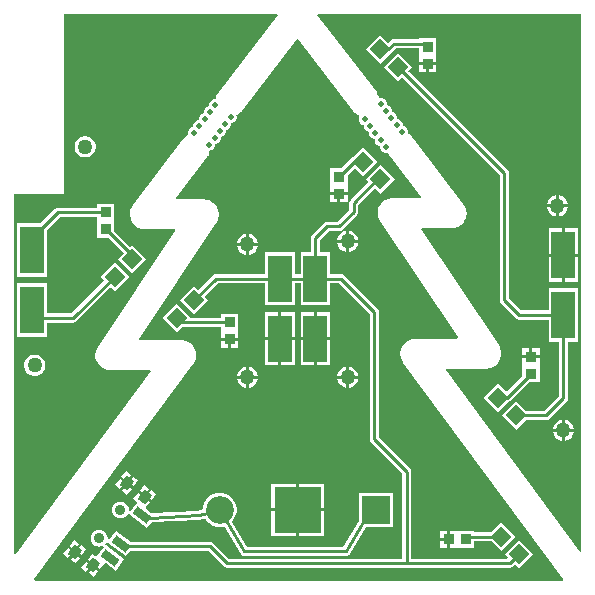
<source format=gtl>
G04*
G04 #@! TF.GenerationSoftware,Altium Limited,Altium Designer,23.1.1 (15)*
G04*
G04 Layer_Physical_Order=1*
G04 Layer_Color=255*
%FSLAX44Y44*%
%MOMM*%
G71*
G04*
G04 #@! TF.SameCoordinates,76C6093D-9881-4B20-89D2-928948A7DA56*
G04*
G04*
G04 #@! TF.FilePolarity,Positive*
G04*
G01*
G75*
%ADD12C,0.0001*%
%ADD13R,3.9600X3.9600*%
G04:AMPARAMS|DCode=14|XSize=0.7mm|YSize=1.5mm|CornerRadius=0mm|HoleSize=0mm|Usage=FLASHONLY|Rotation=233.000|XOffset=0mm|YOffset=0mm|HoleType=Round|Shape=Rectangle|*
%AMROTATEDRECTD14*
4,1,4,-0.3883,0.7309,0.8096,-0.1718,0.3883,-0.7309,-0.8096,0.1718,-0.3883,0.7309,0.0*
%
%ADD14ROTATEDRECTD14*%

G04:AMPARAMS|DCode=15|XSize=1mm|YSize=0.8mm|CornerRadius=0mm|HoleSize=0mm|Usage=FLASHONLY|Rotation=233.000|XOffset=0mm|YOffset=0mm|HoleType=Round|Shape=Rectangle|*
%AMROTATEDRECTD15*
4,1,4,-0.0186,0.6401,0.6204,0.1586,0.0186,-0.6401,-0.6204,-0.1586,-0.0186,0.6401,0.0*
%
%ADD15ROTATEDRECTD15*%

%ADD16R,0.9621X0.9350*%
%ADD17R,2.0000X4.0000*%
%ADD18P,1.6971X4X360.0*%
%ADD19P,1.6971X4X90.0*%
%ADD20R,0.9350X0.9621*%
%ADD25C,0.9000*%
%ADD28C,0.2540*%
%ADD29C,2.3500*%
%ADD30R,2.3500X2.3500*%
%ADD31C,0.5000*%
%ADD32C,1.2700*%
G36*
X480000Y25052D02*
X478793Y24655D01*
X365378Y178576D01*
X365951Y179710D01*
X401049D01*
X401391Y179778D01*
X401740Y179803D01*
X404357Y180527D01*
X404669Y180684D01*
X404998Y180802D01*
X407328Y182197D01*
X407586Y182432D01*
X407872Y182633D01*
X409745Y184599D01*
X409932Y184894D01*
X410154Y185163D01*
X411435Y187558D01*
X411537Y187892D01*
X411679Y188211D01*
X412275Y190861D01*
X412284Y191210D01*
X412336Y191555D01*
X412205Y194268D01*
X412120Y194606D01*
X412077Y194953D01*
X411228Y197532D01*
X411056Y197836D01*
X410923Y198159D01*
X410170Y199289D01*
X344641Y297582D01*
X345240Y298702D01*
X371761D01*
X372113Y298772D01*
X372471Y298801D01*
X375159Y299567D01*
X375478Y299731D01*
X375814Y299857D01*
X378189Y301330D01*
X378451Y301575D01*
X378740Y301789D01*
X380621Y303857D01*
X380806Y304164D01*
X381025Y304448D01*
X382267Y306952D01*
X382360Y307299D01*
X382493Y307633D01*
X383001Y310381D01*
X382996Y310740D01*
X383032Y311097D01*
X382768Y313880D01*
X382664Y314223D01*
X382602Y314577D01*
X381584Y317180D01*
X381391Y317483D01*
X381234Y317805D01*
X380388Y318918D01*
X380388Y318918D01*
X337988Y374678D01*
X337988Y374678D01*
X337037Y375928D01*
X336736Y376194D01*
X336458Y376484D01*
X333882Y378282D01*
X333623Y378395D01*
X333756Y378717D01*
Y380723D01*
X332989Y382575D01*
X331571Y383993D01*
X329719Y384760D01*
X329220D01*
X329184Y384813D01*
Y386819D01*
X328417Y388671D01*
X326999Y390089D01*
X325146Y390856D01*
X324358D01*
Y392660D01*
X323591Y394513D01*
X322173Y395931D01*
X320321Y396698D01*
X320040D01*
Y398503D01*
X319273Y400355D01*
X317855Y401773D01*
X316003Y402540D01*
X315722D01*
Y404344D01*
X314955Y406197D01*
X313537Y407615D01*
X311684Y408382D01*
X309680D01*
X308870Y409421D01*
X308466Y410615D01*
X308360Y410799D01*
X308298Y411003D01*
X307529Y412447D01*
X307394Y412611D01*
X307300Y412802D01*
X306804Y413452D01*
X306804Y413452D01*
X256784Y478861D01*
X257347Y480000D01*
X267500D01*
X480000Y480000D01*
Y25052D01*
D02*
G37*
G36*
X223276Y478861D02*
X173256Y413452D01*
X172456Y412406D01*
X172307Y412102D01*
X172119Y411820D01*
X171115Y409384D01*
X171050Y409052D01*
X170942Y408731D01*
X170787Y407540D01*
X168997D01*
X167145Y406773D01*
X165727Y405355D01*
X164960Y403503D01*
Y401698D01*
X164680D01*
X162827Y400931D01*
X161409Y399513D01*
X160642Y397660D01*
Y395856D01*
X160361D01*
X158509Y395089D01*
X157091Y393671D01*
X156324Y391819D01*
Y390014D01*
X155535D01*
X153683Y389247D01*
X152265Y387829D01*
X151498Y385976D01*
Y383971D01*
X151462Y383918D01*
X150963D01*
X149111Y383151D01*
X147693Y381733D01*
X146926Y379880D01*
Y377876D01*
X147164Y377302D01*
X147118Y377282D01*
X144542Y375484D01*
X144264Y375194D01*
X143963Y374928D01*
X143012Y373678D01*
X143012Y373678D01*
X100612Y317918D01*
X99766Y316805D01*
X99609Y316483D01*
X99416Y316180D01*
X98398Y313577D01*
X98336Y313223D01*
X98232Y312880D01*
X97968Y310097D01*
X98004Y309740D01*
X97999Y309381D01*
X98507Y306632D01*
X98640Y306299D01*
X98733Y305952D01*
X99975Y303448D01*
X100194Y303164D01*
X100379Y302857D01*
X102260Y300788D01*
X102549Y300575D01*
X102811Y300330D01*
X105186Y298857D01*
X105522Y298731D01*
X105841Y298567D01*
X108530Y297801D01*
X108887Y297772D01*
X109239Y297702D01*
X135760D01*
X136359Y296582D01*
X70830Y198289D01*
X70077Y197159D01*
X69944Y196836D01*
X69772Y196532D01*
X68923Y193953D01*
X68880Y193606D01*
X68795Y193268D01*
X68664Y190555D01*
X68716Y190210D01*
X68725Y189861D01*
X69321Y187211D01*
X69463Y186892D01*
X69565Y186558D01*
X70846Y184163D01*
X71068Y183894D01*
X71255Y183599D01*
X73128Y181633D01*
X73414Y181432D01*
X73672Y181197D01*
X76002Y179802D01*
X76331Y179684D01*
X76643Y179527D01*
X79260Y178803D01*
X79608Y178778D01*
X79951Y178710D01*
X115049D01*
X115622Y177576D01*
X1207Y22298D01*
X0Y22695D01*
Y327410D01*
X40000D01*
X40991Y327607D01*
X41831Y328169D01*
X42393Y329009D01*
X42590Y330000D01*
Y480000D01*
X222713D01*
X223276Y478861D01*
D02*
G37*
G36*
X286796Y398152D02*
X287749Y396906D01*
X288050Y396641D01*
X288329Y396352D01*
X290906Y394562D01*
X291275Y394402D01*
X291628Y394212D01*
X291743Y394178D01*
X292359Y392662D01*
X291926Y391617D01*
Y389612D01*
X292693Y387759D01*
X294111Y386341D01*
X295963Y385574D01*
X296498D01*
Y383769D01*
X297265Y381917D01*
X298683Y380499D01*
X300536Y379732D01*
X300816D01*
Y377928D01*
X301583Y376075D01*
X303001Y374657D01*
X304853Y373890D01*
X305134D01*
Y372085D01*
X305901Y370233D01*
X307319Y368815D01*
X309172Y368048D01*
X309960D01*
Y366497D01*
X310727Y364645D01*
X312145Y363227D01*
X313997Y362460D01*
X316003D01*
X316455Y361875D01*
X317219Y360435D01*
X317353Y360271D01*
X317445Y360081D01*
X317938Y359432D01*
X344101Y325027D01*
X343537Y323889D01*
X319378D01*
X319128Y323839D01*
X318873D01*
X316940Y323455D01*
X316704Y323357D01*
X316454Y323307D01*
X314634Y322553D01*
X314421Y322411D01*
X314186Y322314D01*
X312547Y321219D01*
X312367Y321039D01*
X312155Y320897D01*
X310761Y319503D01*
X310620Y319291D01*
X310439Y319111D01*
X309345Y317472D01*
X309247Y317237D01*
X309105Y317025D01*
X308351Y315204D01*
X308301Y314954D01*
X308204Y314718D01*
X307819Y312786D01*
Y312531D01*
X307770Y312280D01*
Y310558D01*
X307807Y310371D01*
X307798Y310179D01*
X308013Y308722D01*
X308078Y308542D01*
X308096Y308351D01*
X308523Y306941D01*
X308614Y306772D01*
X308660Y306586D01*
X309289Y305254D01*
X309403Y305099D01*
X309476Y304922D01*
X309885Y304310D01*
X309885Y304310D01*
X375413Y206017D01*
X374814Y204897D01*
X338635D01*
X338385Y204847D01*
X338130D01*
X336197Y204463D01*
X335961Y204365D01*
X335711Y204315D01*
X333891Y203561D01*
X333679Y203419D01*
X333443Y203322D01*
X331805Y202227D01*
X331624Y202047D01*
X331412Y201905D01*
X330019Y200511D01*
X329877Y200299D01*
X329697Y200119D01*
X328602Y198480D01*
X328504Y198245D01*
X328363Y198033D01*
X327608Y196212D01*
X327559Y195962D01*
X327461Y195726D01*
X327077Y193794D01*
Y193539D01*
X327027Y193288D01*
Y191507D01*
X327067Y191304D01*
X327059Y191097D01*
X327312Y189524D01*
X327383Y189330D01*
X327408Y189125D01*
X327906Y187612D01*
X328008Y187431D01*
X328065Y187232D01*
X328796Y185817D01*
X328925Y185655D01*
X329013Y185468D01*
X329486Y184827D01*
X464839Y1133D01*
X464266Y0D01*
X17471D01*
X16898Y1133D01*
X151514Y183827D01*
X151987Y184468D01*
X152075Y184655D01*
X152204Y184817D01*
X152935Y186232D01*
X152992Y186431D01*
X153094Y186612D01*
X153591Y188125D01*
X153617Y188330D01*
X153688Y188524D01*
X153941Y190097D01*
X153933Y190304D01*
X153973Y190507D01*
Y192288D01*
X153923Y192539D01*
Y192794D01*
X153539Y194726D01*
X153441Y194962D01*
X153392Y195212D01*
X152638Y197033D01*
X152496Y197245D01*
X152398Y197481D01*
X151303Y199119D01*
X151123Y199299D01*
X150981Y199511D01*
X149588Y200905D01*
X149376Y201047D01*
X149195Y201227D01*
X147557Y202322D01*
X147321Y202419D01*
X147109Y202561D01*
X145289Y203315D01*
X145038Y203365D01*
X144803Y203463D01*
X142870Y203847D01*
X142615D01*
X142365Y203897D01*
X106186D01*
X105587Y205016D01*
X171115Y303309D01*
X171115Y303310D01*
X171524Y303922D01*
X171597Y304099D01*
X171711Y304254D01*
X172340Y305586D01*
X172386Y305772D01*
X172477Y305941D01*
X172903Y307351D01*
X172922Y307541D01*
X172987Y307722D01*
X173202Y309179D01*
X173193Y309370D01*
X173230Y309559D01*
Y311280D01*
X173181Y311531D01*
Y311786D01*
X172796Y313718D01*
X172699Y313954D01*
X172649Y314204D01*
X171895Y316025D01*
X171753Y316237D01*
X171656Y316472D01*
X170561Y318111D01*
X170380Y318291D01*
X170239Y318503D01*
X168845Y319897D01*
X168633Y320039D01*
X168453Y320219D01*
X166814Y321314D01*
X166579Y321411D01*
X166367Y321553D01*
X164546Y322307D01*
X164296Y322357D01*
X164060Y322454D01*
X162127Y322839D01*
X161872D01*
X161622Y322889D01*
X137463D01*
X136899Y324026D01*
X163061Y358432D01*
X163555Y359081D01*
X163647Y359271D01*
X163781Y359435D01*
X164545Y360875D01*
X164605Y361078D01*
X164711Y361261D01*
X165231Y362805D01*
X165258Y363015D01*
X165333Y363213D01*
X165523Y364372D01*
X166176D01*
X168029Y365139D01*
X169447Y366557D01*
X170214Y368410D01*
Y369960D01*
X171003D01*
X172855Y370727D01*
X174273Y372145D01*
X175040Y373997D01*
Y375802D01*
X175320D01*
X177173Y376569D01*
X178591Y377987D01*
X179358Y379840D01*
Y381644D01*
X179639D01*
X181491Y382411D01*
X182909Y383829D01*
X183676Y385681D01*
Y387486D01*
X184210D01*
X186063Y388253D01*
X187481Y389671D01*
X188248Y391524D01*
Y393529D01*
X187998Y394133D01*
X189315Y394681D01*
X189596Y394870D01*
X189900Y395020D01*
X191987Y396627D01*
X192210Y396882D01*
X192464Y397106D01*
X193264Y398152D01*
X193264Y398152D01*
X239395Y458477D01*
X240665D01*
X286796Y398152D01*
D02*
G37*
%LPC*%
G36*
X310000Y462077D02*
X297923Y450000D01*
X310000Y437923D01*
X319118Y447040D01*
X319436Y447253D01*
X323217Y451034D01*
X342649D01*
Y444939D01*
Y439116D01*
X350000D01*
X357351D01*
Y444939D01*
Y459369D01*
X342649D01*
Y458803D01*
X321608D01*
X320121Y458508D01*
X318861Y457666D01*
X316637Y455441D01*
X310000Y462077D01*
D02*
G37*
G36*
X357351Y436576D02*
X351270D01*
Y430631D01*
X357351D01*
Y436576D01*
D02*
G37*
G36*
X348730D02*
X342649D01*
Y430631D01*
X348730D01*
Y436576D01*
D02*
G37*
G36*
X461270Y326363D02*
Y318770D01*
X468863D01*
X468284Y320931D01*
X467114Y322959D01*
X465459Y324614D01*
X463431Y325784D01*
X461270Y326363D01*
D02*
G37*
G36*
X458730D02*
X456569Y325784D01*
X454541Y324614D01*
X452886Y322959D01*
X451716Y320931D01*
X451137Y318770D01*
X458730D01*
Y326363D01*
D02*
G37*
G36*
X468863Y316230D02*
X461270D01*
Y308637D01*
X463431Y309216D01*
X465459Y310386D01*
X467114Y312041D01*
X468284Y314069D01*
X468863Y316230D01*
D02*
G37*
G36*
X458730D02*
X451137D01*
X451716Y314069D01*
X452886Y312041D01*
X454541Y310386D01*
X456569Y309216D01*
X458730Y308637D01*
Y316230D01*
D02*
G37*
G36*
X477540Y298340D02*
X466270D01*
Y277070D01*
X477540D01*
Y298340D01*
D02*
G37*
G36*
X463730D02*
X452460D01*
Y277070D01*
X463730D01*
Y298340D01*
D02*
G37*
G36*
X477540Y274530D02*
X466270D01*
Y253260D01*
X477540D01*
Y274530D01*
D02*
G37*
G36*
X463730D02*
X452460D01*
Y253260D01*
X463730D01*
Y274530D01*
D02*
G37*
G36*
X444851Y196869D02*
X438770D01*
Y190924D01*
X444851D01*
Y196869D01*
D02*
G37*
G36*
X436230D02*
X430149D01*
Y190924D01*
X436230D01*
Y196869D01*
D02*
G37*
G36*
X444851Y188384D02*
X437500D01*
X430149D01*
Y182439D01*
Y173624D01*
X416801Y160276D01*
X410000Y167077D01*
X397923Y155000D01*
X410000Y142923D01*
X418484Y151407D01*
X418505Y151411D01*
X419765Y152253D01*
X435643Y168131D01*
X444851D01*
Y182439D01*
Y188384D01*
D02*
G37*
G36*
X324849Y447228D02*
X312772Y435151D01*
X324849Y423073D01*
X328141Y426365D01*
X411115Y343391D01*
Y237500D01*
X411411Y236013D01*
X412253Y234753D01*
X424753Y222253D01*
X426013Y221411D01*
X427500Y221115D01*
X452460D01*
Y202460D01*
X461115D01*
Y156609D01*
X448542Y144035D01*
X433042D01*
X424849Y152228D01*
X412772Y140151D01*
X424849Y128073D01*
X433042Y136266D01*
X450151D01*
X451637Y136562D01*
X452898Y137404D01*
X467747Y152253D01*
X468589Y153513D01*
X468885Y155000D01*
Y202460D01*
X477540D01*
Y247540D01*
X452460D01*
Y228885D01*
X429109D01*
X418885Y239109D01*
Y345000D01*
X418589Y346487D01*
X417747Y347747D01*
X333635Y431859D01*
X336927Y435151D01*
X324849Y447228D01*
D02*
G37*
G36*
X466270Y136363D02*
Y128770D01*
X473863D01*
X473284Y130931D01*
X472114Y132959D01*
X470459Y134614D01*
X468431Y135784D01*
X466270Y136363D01*
D02*
G37*
G36*
X463730D02*
X461569Y135784D01*
X459541Y134614D01*
X457886Y132959D01*
X456716Y130931D01*
X456137Y128770D01*
X463730D01*
Y136363D01*
D02*
G37*
G36*
X473863Y126230D02*
X466270D01*
Y118637D01*
X468431Y119216D01*
X470459Y120386D01*
X472114Y122041D01*
X473284Y124069D01*
X473863Y126230D01*
D02*
G37*
G36*
X463730D02*
X456137D01*
X456716Y124069D01*
X457886Y122041D01*
X459541Y120386D01*
X461569Y119216D01*
X463730Y118637D01*
Y126230D01*
D02*
G37*
G36*
X61170Y376390D02*
X58830D01*
X56569Y375784D01*
X54541Y374614D01*
X52886Y372959D01*
X51716Y370931D01*
X51110Y368670D01*
Y366330D01*
X51716Y364069D01*
X52886Y362041D01*
X54541Y360386D01*
X56569Y359216D01*
X58830Y358610D01*
X61170D01*
X63431Y359216D01*
X65459Y360386D01*
X67114Y362041D01*
X68284Y364069D01*
X68890Y366330D01*
Y368670D01*
X68284Y370931D01*
X67114Y372959D01*
X65459Y374614D01*
X63431Y375784D01*
X61170Y376390D01*
D02*
G37*
G36*
X84851Y319369D02*
X70149D01*
Y316039D01*
X37154D01*
X35667Y315743D01*
X34407Y314901D01*
X22046Y302540D01*
X2460D01*
Y257460D01*
X27540D01*
Y297046D01*
X38763Y308269D01*
X70149D01*
Y304939D01*
Y290631D01*
X79357D01*
X92705Y277283D01*
X87847Y272425D01*
X99925Y260347D01*
X112002Y272425D01*
X99925Y284502D01*
X98199Y282776D01*
X84851Y296125D01*
Y304939D01*
Y319369D01*
D02*
G37*
G36*
X85075Y269653D02*
X72998Y257575D01*
X76290Y254284D01*
X48391Y226385D01*
X27540D01*
Y251740D01*
X2460D01*
Y206660D01*
X27540D01*
Y218615D01*
X50000D01*
X51487Y218911D01*
X52747Y219753D01*
X81784Y248790D01*
X85075Y245498D01*
X97153Y257575D01*
X85075Y269653D01*
D02*
G37*
G36*
X18670Y191390D02*
X16330D01*
X14069Y190784D01*
X12041Y189614D01*
X10386Y187959D01*
X9216Y185931D01*
X8610Y183670D01*
Y181330D01*
X9216Y179069D01*
X10386Y177041D01*
X12041Y175386D01*
X14069Y174216D01*
X16330Y173610D01*
X18670D01*
X20931Y174216D01*
X22959Y175386D01*
X24614Y177041D01*
X25784Y179069D01*
X26390Y181330D01*
Y183670D01*
X25784Y185931D01*
X24614Y187959D01*
X22959Y189614D01*
X20931Y190784D01*
X18670Y191390D01*
D02*
G37*
G36*
X295151Y366927D02*
X286741Y358517D01*
X286344Y358438D01*
X285084Y357596D01*
X276857Y349369D01*
X267649D01*
Y334939D01*
Y329116D01*
X275000D01*
X282351D01*
Y334939D01*
Y343875D01*
X288199Y349724D01*
X295151Y342772D01*
X307228Y354849D01*
X295151Y366927D01*
D02*
G37*
G36*
X310000Y352077D02*
X297923Y340000D01*
X299965Y337958D01*
X284753Y322747D01*
X283911Y321487D01*
X283615Y320000D01*
Y314109D01*
X273391Y303885D01*
X265000D01*
X263513Y303589D01*
X262253Y302747D01*
X252253Y292747D01*
X251411Y291487D01*
X251115Y290000D01*
Y278340D01*
X242460D01*
Y259685D01*
X237540D01*
Y278340D01*
X212460D01*
Y259685D01*
X170800D01*
X169313Y259389D01*
X168053Y258547D01*
X155716Y246210D01*
X152425Y249502D01*
X140347Y237425D01*
X152425Y225347D01*
X164502Y237425D01*
X161210Y240716D01*
X172409Y251915D01*
X212460D01*
Y233260D01*
X237540D01*
Y251915D01*
X242460D01*
Y233260D01*
X267540D01*
Y251915D01*
X275091D01*
X301115Y225891D01*
Y120000D01*
X301411Y118513D01*
X302253Y117253D01*
X328615Y90891D01*
Y18885D01*
X181609D01*
X168655Y31839D01*
X167395Y32681D01*
X165908Y32976D01*
X98511D01*
X86052Y42365D01*
X80129Y34506D01*
X78910Y34998D01*
X79046Y36103D01*
X78788Y37938D01*
X78064Y39645D01*
X76923Y41106D01*
X75442Y42221D01*
X73723Y42916D01*
X71884Y43141D01*
X70048Y42884D01*
X68342Y42159D01*
X66881Y41018D01*
X65765Y39537D01*
X65071Y37819D01*
X64845Y35979D01*
X65103Y34143D01*
X65827Y32437D01*
X66969Y30976D01*
X68449Y29861D01*
X70168Y29166D01*
X72008Y28940D01*
X73843Y29198D01*
X74868Y29633D01*
X75677Y28597D01*
X70266Y21417D01*
X69755Y20738D01*
X68627Y21062D01*
X66028Y23020D01*
X62255Y18013D01*
X67478Y14077D01*
X72701Y10141D01*
X75963Y14470D01*
X77602Y14825D01*
X85791Y8653D01*
X93061Y18301D01*
X77625Y29933D01*
X77147Y30812D01*
X77349Y31514D01*
X77787Y32095D01*
X79149Y32317D01*
X79383Y32265D01*
X94819Y20633D01*
X98265Y25207D01*
X164299D01*
X177253Y12253D01*
X178513Y11411D01*
X180000Y11115D01*
X419849D01*
X421336Y11411D01*
X422596Y12253D01*
X424133Y13790D01*
X427425Y10498D01*
X439502Y22575D01*
X427425Y34653D01*
X415347Y22575D01*
X417768Y20155D01*
X417242Y18885D01*
X336385D01*
Y92500D01*
X336089Y93987D01*
X335247Y95247D01*
X308885Y121609D01*
Y227500D01*
X308589Y228987D01*
X307747Y230247D01*
X279447Y258547D01*
X278187Y259389D01*
X276700Y259685D01*
X267540D01*
Y278340D01*
X258885D01*
Y288391D01*
X266609Y296115D01*
X275000D01*
X276487Y296411D01*
X277747Y297253D01*
X290247Y309753D01*
X291089Y311013D01*
X291385Y312500D01*
Y318391D01*
X305458Y332464D01*
X310000Y327923D01*
X322077Y340000D01*
X310000Y352077D01*
D02*
G37*
G36*
X282351Y326576D02*
X276270D01*
Y320631D01*
X282351D01*
Y326576D01*
D02*
G37*
G36*
X273730D02*
X267649D01*
Y320631D01*
X273730D01*
Y326576D01*
D02*
G37*
G36*
X283770Y296363D02*
Y288770D01*
X291363D01*
X290784Y290931D01*
X289614Y292959D01*
X287959Y294614D01*
X285931Y295784D01*
X283770Y296363D01*
D02*
G37*
G36*
X281230D02*
X279069Y295784D01*
X277041Y294614D01*
X275386Y292959D01*
X274216Y290931D01*
X273637Y288770D01*
X281230D01*
Y296363D01*
D02*
G37*
G36*
X198770Y293863D02*
Y286270D01*
X206363D01*
X205784Y288431D01*
X204614Y290459D01*
X202959Y292114D01*
X200931Y293284D01*
X198770Y293863D01*
D02*
G37*
G36*
X196230D02*
X194069Y293284D01*
X192041Y292114D01*
X190386Y290459D01*
X189216Y288431D01*
X188637Y286270D01*
X196230D01*
Y293863D01*
D02*
G37*
G36*
X291363Y286230D02*
X283770D01*
Y278637D01*
X285931Y279216D01*
X287959Y280386D01*
X289614Y282041D01*
X290784Y284069D01*
X291363Y286230D01*
D02*
G37*
G36*
X281230D02*
X273637D01*
X274216Y284069D01*
X275386Y282041D01*
X277041Y280386D01*
X279069Y279216D01*
X281230Y278637D01*
Y286230D01*
D02*
G37*
G36*
X206363Y283730D02*
X198770D01*
Y276137D01*
X200931Y276716D01*
X202959Y277886D01*
X204614Y279541D01*
X205784Y281569D01*
X206363Y283730D01*
D02*
G37*
G36*
X196230D02*
X188637D01*
X189216Y281569D01*
X190386Y279541D01*
X192041Y277886D01*
X194069Y276716D01*
X196230Y276137D01*
Y283730D01*
D02*
G37*
G36*
X237540Y227540D02*
X226270D01*
Y206270D01*
X237540D01*
Y227540D01*
D02*
G37*
G36*
X223730D02*
X212460D01*
Y206270D01*
X223730D01*
Y227540D01*
D02*
G37*
G36*
X267540D02*
X256270D01*
Y206270D01*
X267540D01*
Y227540D01*
D02*
G37*
G36*
X253730D02*
X242460D01*
Y206270D01*
X253730D01*
Y227540D01*
D02*
G37*
G36*
X137575Y234653D02*
X125498Y222575D01*
X137575Y210498D01*
X142037Y214960D01*
X142249Y214918D01*
X142382Y214944D01*
X142881Y214845D01*
X175000D01*
Y211515D01*
Y205692D01*
X182351D01*
X189701D01*
Y211515D01*
Y225945D01*
X175000D01*
Y222615D01*
X149614D01*
X137575Y234653D01*
D02*
G37*
G36*
X189701Y203152D02*
X183621D01*
Y197207D01*
X189701D01*
Y203152D01*
D02*
G37*
G36*
X181081D02*
X175000D01*
Y197207D01*
X181081D01*
Y203152D01*
D02*
G37*
G36*
X267540Y203730D02*
X256270D01*
Y182460D01*
X267540D01*
Y203730D01*
D02*
G37*
G36*
X253730D02*
X242460D01*
Y182460D01*
X253730D01*
Y203730D01*
D02*
G37*
G36*
X237540Y203730D02*
X226270D01*
Y182460D01*
X237540D01*
Y203730D01*
D02*
G37*
G36*
X223730D02*
X212460D01*
Y182460D01*
X223730D01*
Y203730D01*
D02*
G37*
G36*
X283770Y181363D02*
Y173770D01*
X291363D01*
X290784Y175931D01*
X289614Y177959D01*
X287959Y179614D01*
X285931Y180784D01*
X283770Y181363D01*
D02*
G37*
G36*
X281230D02*
X279069Y180784D01*
X277041Y179614D01*
X275386Y177959D01*
X274216Y175931D01*
X273637Y173770D01*
X281230D01*
Y181363D01*
D02*
G37*
G36*
X198770D02*
Y173770D01*
X206363D01*
X205784Y175931D01*
X204614Y177959D01*
X202959Y179614D01*
X200931Y180784D01*
X198770Y181363D01*
D02*
G37*
G36*
X196230D02*
X194069Y180784D01*
X192041Y179614D01*
X190386Y177959D01*
X189216Y175931D01*
X188637Y173770D01*
X196230D01*
Y181363D01*
D02*
G37*
G36*
X291363Y171230D02*
X283770D01*
Y163637D01*
X285931Y164216D01*
X287959Y165386D01*
X289614Y167041D01*
X290784Y169069D01*
X291363Y171230D01*
D02*
G37*
G36*
X281230D02*
X273637D01*
X274216Y169069D01*
X275386Y167041D01*
X277041Y165386D01*
X279069Y164216D01*
X281230Y163637D01*
Y171230D01*
D02*
G37*
G36*
X206363D02*
X198770D01*
Y163637D01*
X200931Y164216D01*
X202959Y165386D01*
X204614Y167041D01*
X205784Y169069D01*
X206363Y171230D01*
D02*
G37*
G36*
X196230D02*
X188637D01*
X189216Y169069D01*
X190386Y167041D01*
X192041Y165386D01*
X194069Y164216D01*
X196230Y163637D01*
Y171230D01*
D02*
G37*
G36*
X94547Y92936D02*
X90773Y87928D01*
X94982Y84757D01*
X98756Y89764D01*
X94547Y92936D01*
D02*
G37*
G36*
X100784Y88236D02*
X97011Y83228D01*
X101220Y80057D01*
X104993Y85064D01*
X100784Y88236D01*
D02*
G37*
G36*
X89245Y85900D02*
X85471Y80892D01*
X89680Y77721D01*
X93454Y82728D01*
X89245Y85900D01*
D02*
G37*
G36*
X109960Y81321D02*
X106187Y76313D01*
X110396Y73142D01*
X114169Y78149D01*
X109960Y81321D01*
D02*
G37*
G36*
X95482Y81200D02*
X91709Y76192D01*
X95918Y73021D01*
X99691Y78028D01*
X95482Y81200D01*
D02*
G37*
G36*
X116198Y76621D02*
X112424Y71613D01*
X116633Y68442D01*
X120407Y73449D01*
X116198Y76621D01*
D02*
G37*
G36*
X262340Y82340D02*
X241270D01*
Y61270D01*
X262340D01*
Y82340D01*
D02*
G37*
G36*
X238730D02*
X217660D01*
Y61270D01*
X238730D01*
Y82340D01*
D02*
G37*
G36*
X412575Y49502D02*
X404383Y41309D01*
X389369D01*
Y42351D01*
X369116D01*
Y35000D01*
Y27649D01*
X389369D01*
Y33540D01*
X404383D01*
X412575Y25347D01*
X424653Y37425D01*
X412575Y49502D01*
D02*
G37*
G36*
X262340Y58730D02*
X241270D01*
Y37660D01*
X262340D01*
Y58730D01*
D02*
G37*
G36*
X238730D02*
X217660D01*
Y37660D01*
X238730D01*
Y58730D01*
D02*
G37*
G36*
X366576Y42351D02*
X360631D01*
Y36270D01*
X366576D01*
Y42351D01*
D02*
G37*
G36*
X320340Y74290D02*
X291760D01*
Y50714D01*
X278767Y28885D01*
X197197D01*
X184370Y50211D01*
X185385Y51226D01*
X187266Y54484D01*
X188240Y58119D01*
Y61881D01*
X187266Y65516D01*
X185385Y68774D01*
X182724Y71435D01*
X179466Y73316D01*
X175831Y74290D01*
X172069D01*
X168434Y73316D01*
X165176Y71435D01*
X162515Y68774D01*
X160634Y65516D01*
X159660Y61881D01*
Y60461D01*
X155650Y59468D01*
X115902Y57435D01*
X111954Y60411D01*
X111331Y61406D01*
X111843Y62084D01*
X115105Y66413D01*
X109881Y70349D01*
X104658Y74285D01*
X100885Y69277D01*
X103484Y67319D01*
X103595Y65645D01*
X98184Y58465D01*
X96965Y58957D01*
X97100Y60062D01*
X96842Y61898D01*
X96118Y63604D01*
X94977Y65065D01*
X93497Y66180D01*
X91778Y66875D01*
X89938Y67101D01*
X88102Y66842D01*
X86396Y66118D01*
X84935Y64977D01*
X83820Y63497D01*
X83125Y61778D01*
X82900Y59938D01*
X83158Y58102D01*
X83882Y56396D01*
X85023Y54935D01*
X86503Y53820D01*
X88222Y53125D01*
X90062Y52899D01*
X91898Y53158D01*
X93604Y53882D01*
X95065Y55023D01*
X95842Y56054D01*
X97204Y56276D01*
X97437Y56224D01*
X112873Y44592D01*
X116721Y49698D01*
X156420Y51728D01*
X156783Y51819D01*
X157156Y51837D01*
X161536Y52922D01*
X162515Y51226D01*
X165176Y48565D01*
X168434Y46684D01*
X172069Y45710D01*
X175831D01*
X177709Y46213D01*
X191671Y22998D01*
X191990Y22647D01*
X192253Y22253D01*
X192495Y22092D01*
X192691Y21876D01*
X193119Y21674D01*
X193513Y21411D01*
X193799Y21354D01*
X194062Y21230D01*
X194535Y21208D01*
X195000Y21115D01*
X280975D01*
X281449Y21209D01*
X281931Y21235D01*
X282185Y21356D01*
X282462Y21411D01*
X282864Y21679D01*
X283299Y21887D01*
X283488Y22097D01*
X283722Y22253D01*
X283990Y22654D01*
X284314Y23013D01*
X297823Y45710D01*
X320340D01*
Y74290D01*
D02*
G37*
G36*
X366576Y33730D02*
X360631D01*
Y27649D01*
X366576D01*
Y33730D01*
D02*
G37*
G36*
X50614Y34635D02*
X46841Y29628D01*
X51050Y26456D01*
X54823Y31464D01*
X50614Y34635D01*
D02*
G37*
G36*
X56852Y29935D02*
X53078Y24928D01*
X57287Y21756D01*
X61060Y26764D01*
X56852Y29935D01*
D02*
G37*
G36*
X45312Y27599D02*
X41539Y22592D01*
X45748Y19420D01*
X49521Y24428D01*
X45312Y27599D01*
D02*
G37*
G36*
X51550Y22899D02*
X47776Y17892D01*
X51985Y14720D01*
X55758Y19728D01*
X51550Y22899D01*
D02*
G37*
G36*
X60726Y15984D02*
X56953Y10977D01*
X61161Y7805D01*
X64935Y12813D01*
X60726Y15984D01*
D02*
G37*
G36*
X66963Y11284D02*
X63190Y6277D01*
X67399Y3105D01*
X71172Y8113D01*
X66963Y11284D01*
D02*
G37*
%LPD*%
D12*
X140845Y219155D02*
X141723Y218277D01*
X141732Y218268D01*
X427425Y22575D02*
X427425D01*
X382154Y35000D02*
X384579Y37425D01*
X99925Y272425D02*
Y275557D01*
D13*
X240000Y60000D02*
D03*
D14*
X90435Y31499D02*
D03*
X81408Y19519D02*
D03*
X108490Y55458D02*
D03*
D15*
X110646Y71363D02*
D03*
X66713Y13063D02*
D03*
X95232Y82978D02*
D03*
X51300Y24678D02*
D03*
D16*
X437500Y189654D02*
D03*
Y175346D02*
D03*
X275000Y342154D02*
D03*
Y327846D02*
D03*
X182351Y218730D02*
D03*
Y204422D02*
D03*
X77500Y297846D02*
D03*
Y312154D02*
D03*
X350000Y452154D02*
D03*
Y437846D02*
D03*
D17*
X255000Y205000D02*
D03*
Y255800D02*
D03*
X225000Y205000D02*
D03*
Y255800D02*
D03*
X465000Y275800D02*
D03*
Y225000D02*
D03*
X15000Y229200D02*
D03*
Y280000D02*
D03*
D18*
X324849Y435151D02*
D03*
X310000Y450000D02*
D03*
Y340000D02*
D03*
X295151Y354849D02*
D03*
X427425Y22575D02*
D03*
X412575Y37425D02*
D03*
X424849Y140151D02*
D03*
X410000Y155000D02*
D03*
D19*
X152425Y237425D02*
D03*
X137575Y222575D02*
D03*
X85075Y257575D02*
D03*
X99925Y272425D02*
D03*
D20*
X382154Y35000D02*
D03*
X367846D02*
D03*
D25*
X90000Y60000D02*
D03*
X71946Y36041D02*
D03*
D28*
X195000Y25000D02*
X280975D01*
X295570Y49520D02*
X306050Y60000D01*
X280975Y25000D02*
X295570Y49520D01*
X173950Y60000D02*
X195000Y25000D01*
X108490Y55458D02*
X114807Y53490D01*
X156222Y55607D01*
X173950Y60000D01*
X307500Y340000D02*
X310000D01*
X287500Y320000D02*
X307500Y340000D01*
X287500Y312500D02*
Y320000D01*
X275000Y300000D02*
X287500Y312500D01*
X265000Y300000D02*
X275000D01*
X255000Y290000D02*
X265000Y300000D01*
X255000Y255800D02*
Y290000D01*
X287831Y354849D02*
X295151D01*
X275135Y342154D02*
X287831Y354849D01*
X275000Y342154D02*
X275135D01*
X141371Y219681D02*
X142249Y218803D01*
X142881Y218730D02*
X182351D01*
X139035Y222575D02*
X142881Y218730D01*
X137575Y222575D02*
X139035D01*
X152425Y237425D02*
X170800Y255800D01*
X225000D01*
X152425Y237425D02*
X152425D01*
X225000Y255800D02*
X255000D01*
X276700D01*
X305000Y227500D01*
Y120000D02*
Y227500D01*
Y120000D02*
X332500Y92500D01*
Y15000D02*
Y92500D01*
X384579Y37425D02*
X412575D01*
X332500Y15000D02*
X419849D01*
X180000D02*
X332500D01*
X419849D02*
X427425Y22575D01*
X427425D01*
X92843Y29092D02*
X165908D01*
X180000Y15000D01*
X90435Y31499D02*
X92843Y29092D01*
X413345Y155000D02*
X417019D01*
X437365Y175346D01*
X437500D01*
X424849Y140151D02*
X450151D01*
X465000Y155000D02*
Y225000D01*
X450151Y140151D02*
X465000Y155000D01*
X427500Y225000D02*
X465000D01*
X415000Y237500D02*
X427500Y225000D01*
X415000Y237500D02*
Y345000D01*
X324849Y435151D02*
Y435151D01*
Y435151D02*
X415000Y345000D01*
X316689Y450000D02*
X321608Y454919D01*
X347235D01*
X310000Y450000D02*
X316689D01*
X347235Y454919D02*
X350000Y452154D01*
X15000Y229200D02*
X21700Y222500D01*
X50000D01*
X85075Y257575D01*
X77635Y297846D02*
X99925Y275557D01*
X77500Y297846D02*
X77635D01*
X37154Y312154D02*
X77500D01*
X15000Y290000D02*
X37154Y312154D01*
X15000Y280000D02*
Y290000D01*
D29*
X173950Y60000D02*
D03*
D30*
X306050D02*
D03*
D31*
X328716Y379720D02*
D03*
X324144Y385816D02*
D03*
X319318Y391658D02*
D03*
X315000Y397500D02*
D03*
X310682Y403342D02*
D03*
X183208Y392526D02*
D03*
X178636Y386684D02*
D03*
X174318Y380842D02*
D03*
X170000Y375000D02*
D03*
X165174Y369412D02*
D03*
X296966Y390614D02*
D03*
X301538Y384772D02*
D03*
X305856Y378930D02*
D03*
X310174Y373088D02*
D03*
X315000Y367500D02*
D03*
X151966Y378878D02*
D03*
X156538Y384974D02*
D03*
X161364Y390816D02*
D03*
X165682Y396658D02*
D03*
X170000Y402500D02*
D03*
D32*
X282500Y172500D02*
D03*
Y287500D02*
D03*
X197500Y172500D02*
D03*
Y285000D02*
D03*
X60000Y367500D02*
D03*
X17500Y182500D02*
D03*
X465000Y127500D02*
D03*
X460000Y317500D02*
D03*
M02*

</source>
